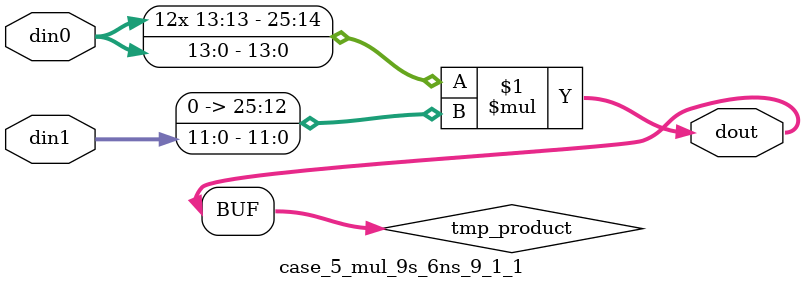
<source format=v>

`timescale 1 ns / 1 ps

 (* use_dsp = "no" *)  module case_5_mul_9s_6ns_9_1_1(din0, din1, dout);
parameter ID = 1;
parameter NUM_STAGE = 0;
parameter din0_WIDTH = 14;
parameter din1_WIDTH = 12;
parameter dout_WIDTH = 26;

input [din0_WIDTH - 1 : 0] din0; 
input [din1_WIDTH - 1 : 0] din1; 
output [dout_WIDTH - 1 : 0] dout;

wire signed [dout_WIDTH - 1 : 0] tmp_product;


























assign tmp_product = $signed(din0) * $signed({1'b0, din1});









assign dout = tmp_product;





















endmodule

</source>
